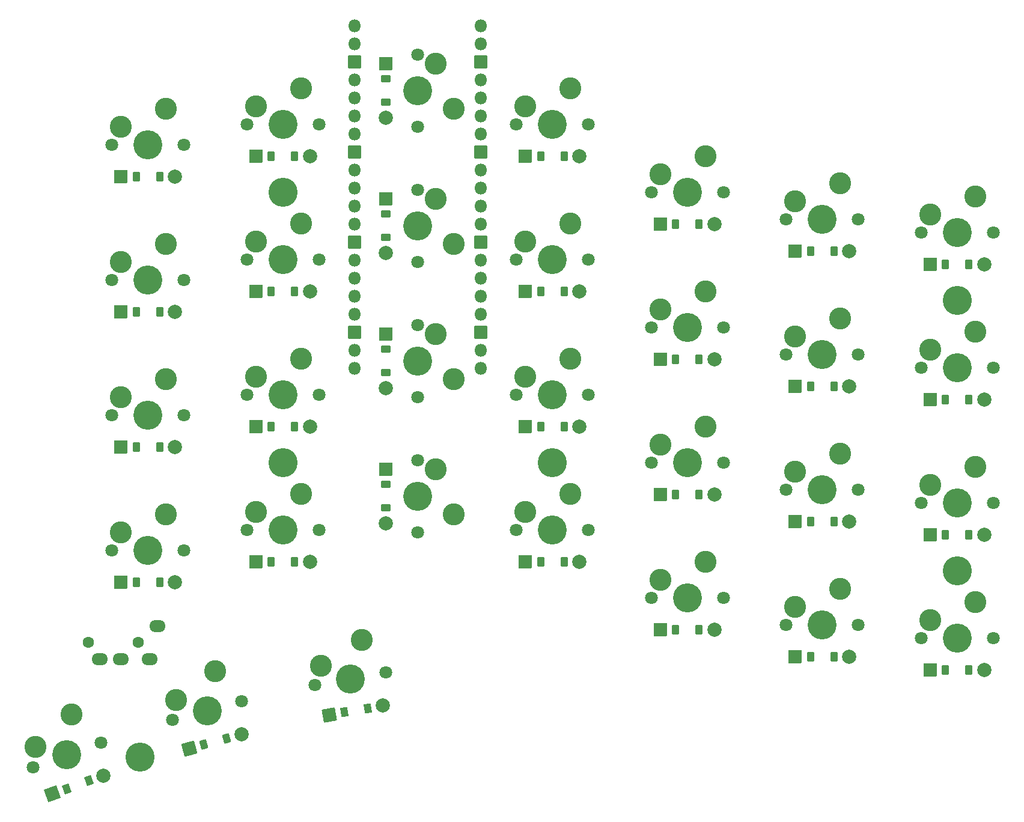
<source format=gbr>
%TF.GenerationSoftware,KiCad,Pcbnew,9.0.3-1.fc42*%
%TF.CreationDate,2025-08-21T15:19:56+02:00*%
%TF.ProjectId,right,72696768-742e-46b6-9963-61645f706362,v1.0.0*%
%TF.SameCoordinates,Original*%
%TF.FileFunction,Soldermask,Top*%
%TF.FilePolarity,Negative*%
%FSLAX46Y46*%
G04 Gerber Fmt 4.6, Leading zero omitted, Abs format (unit mm)*
G04 Created by KiCad (PCBNEW 9.0.3-1.fc42) date 2025-08-21 15:19:56*
%MOMM*%
%LPD*%
G01*
G04 APERTURE LIST*
G04 Aperture macros list*
%AMRoundRect*
0 Rectangle with rounded corners*
0 $1 Rounding radius*
0 $2 $3 $4 $5 $6 $7 $8 $9 X,Y pos of 4 corners*
0 Add a 4 corners polygon primitive as box body*
4,1,4,$2,$3,$4,$5,$6,$7,$8,$9,$2,$3,0*
0 Add four circle primitives for the rounded corners*
1,1,$1+$1,$2,$3*
1,1,$1+$1,$4,$5*
1,1,$1+$1,$6,$7*
1,1,$1+$1,$8,$9*
0 Add four rect primitives between the rounded corners*
20,1,$1+$1,$2,$3,$4,$5,0*
20,1,$1+$1,$4,$5,$6,$7,0*
20,1,$1+$1,$6,$7,$8,$9,0*
20,1,$1+$1,$8,$9,$2,$3,0*%
G04 Aperture macros list end*
%ADD10C,4.100000*%
%ADD11RoundRect,0.050000X-0.889000X-0.889000X0.889000X-0.889000X0.889000X0.889000X-0.889000X0.889000X0*%
%ADD12RoundRect,0.050000X-0.450000X-0.600000X0.450000X-0.600000X0.450000X0.600000X-0.450000X0.600000X0*%
%ADD13C,2.005000*%
%ADD14C,1.801800*%
%ADD15C,3.100000*%
%ADD16C,4.087800*%
%ADD17RoundRect,0.050000X-0.721121X-1.029867X1.029867X-0.721121X0.721121X1.029867X-1.029867X0.721121X0*%
%ADD18RoundRect,0.050000X-0.338975X-0.669026X0.547352X-0.512743X0.338975X0.669026X-0.547352X0.512743X0*%
%ADD19RoundRect,0.050000X-0.628618X-1.088798X1.088798X-0.628618X0.628618X1.088798X-1.088798X0.628618X0*%
%ADD20RoundRect,0.050000X-0.279375X-0.696024X0.589958X-0.463087X0.279375X0.696024X-0.589958X0.463087X0*%
%ADD21RoundRect,0.050000X-0.889000X0.889000X-0.889000X-0.889000X0.889000X-0.889000X0.889000X0.889000X0*%
%ADD22RoundRect,0.050000X-0.600000X0.450000X-0.600000X-0.450000X0.600000X-0.450000X0.600000X0.450000X0*%
%ADD23RoundRect,0.050000X-0.531331X-1.139443X1.139443X-0.531331X0.531331X1.139443X-1.139443X0.531331X0*%
%ADD24RoundRect,0.050000X-0.217650X-0.717725X0.628074X-0.409907X0.217650X0.717725X-0.628074X0.409907X0*%
%ADD25O,1.800000X1.800000*%
%ADD26RoundRect,0.050000X-0.850000X-0.850000X0.850000X-0.850000X0.850000X0.850000X-0.850000X0.850000X0*%
%ADD27C,1.600000*%
%ADD28O,2.300000X1.700000*%
G04 APERTURE END LIST*
D10*
%TO.C,*%
X319000000Y-175235000D03*
%TD*%
D11*
%TO.C,D17*%
X277190000Y-189260000D03*
D12*
X279350000Y-189260000D03*
X282650000Y-189260000D03*
D13*
X284810000Y-189260000D03*
%TD*%
D14*
%TO.C,S28*%
X300000000Y-174917500D03*
D15*
X302540000Y-176187500D03*
D16*
X300000000Y-179997500D03*
D15*
X305080000Y-182537500D03*
D14*
X300000000Y-185077500D03*
%TD*%
D10*
%TO.C,*%
X281000000Y-175235000D03*
%TD*%
D17*
%TO.C,D25*%
X287554297Y-210808235D03*
D18*
X289681484Y-210433154D03*
X292931350Y-209860116D03*
D13*
X295058537Y-209485035D03*
%TD*%
D14*
%TO.C,S9*%
X332920000Y-194285000D03*
D15*
X334190000Y-191745000D03*
D16*
X338000000Y-194285000D03*
D15*
X340540000Y-189205000D03*
D14*
X343080000Y-194285000D03*
%TD*%
%TO.C,S25*%
X285522177Y-206597133D03*
D15*
X286331816Y-203875188D03*
D16*
X290525000Y-205715000D03*
D15*
X292144279Y-200271110D03*
D14*
X295527823Y-204832867D03*
%TD*%
D19*
%TO.C,D26*%
X267806266Y-215526719D03*
D20*
X269892665Y-214967667D03*
X273080221Y-214113567D03*
D13*
X275166620Y-213554515D03*
%TD*%
D11*
%TO.C,D24*%
X258190000Y-134967500D03*
D12*
X260350000Y-134967500D03*
X263650000Y-134967500D03*
D13*
X265810000Y-134967500D03*
%TD*%
D11*
%TO.C,D9*%
X334190000Y-198785000D03*
D12*
X336350000Y-198785000D03*
X339650000Y-198785000D03*
D13*
X341810000Y-198785000D03*
%TD*%
D11*
%TO.C,D11*%
X334190000Y-160685000D03*
D12*
X336350000Y-160685000D03*
X339650000Y-160685000D03*
D13*
X341810000Y-160685000D03*
%TD*%
D11*
%TO.C,D2*%
X372190000Y-185450000D03*
D12*
X374350000Y-185450000D03*
X377650000Y-185450000D03*
D13*
X379810000Y-185450000D03*
%TD*%
D11*
%TO.C,D23*%
X258190000Y-154017500D03*
D12*
X260350000Y-154017500D03*
X263650000Y-154017500D03*
D13*
X265810000Y-154017500D03*
%TD*%
D14*
%TO.C,S15*%
X313920000Y-146660000D03*
D15*
X315190000Y-144120000D03*
D16*
X319000000Y-146660000D03*
D15*
X321540000Y-141580000D03*
D14*
X324080000Y-146660000D03*
%TD*%
%TO.C,S7*%
X351920000Y-159995000D03*
D15*
X353190000Y-157455000D03*
D16*
X357000000Y-159995000D03*
D15*
X359540000Y-154915000D03*
D14*
X362080000Y-159995000D03*
%TD*%
D21*
%TO.C,D28*%
X295500000Y-176187500D03*
D22*
X295500000Y-178347500D03*
X295500000Y-181647500D03*
D13*
X295500000Y-183807500D03*
%TD*%
D11*
%TO.C,D6*%
X353190000Y-183545000D03*
D12*
X355350000Y-183545000D03*
X358650000Y-183545000D03*
D13*
X360810000Y-183545000D03*
%TD*%
D14*
%TO.C,S24*%
X256920000Y-130467500D03*
D15*
X258190000Y-127927500D03*
D16*
X262000000Y-130467500D03*
D15*
X264540000Y-125387500D03*
D14*
X267080000Y-130467500D03*
%TD*%
%TO.C,S16*%
X313920000Y-127610000D03*
D15*
X315190000Y-125070000D03*
D16*
X319000000Y-127610000D03*
D15*
X321540000Y-122530000D03*
D14*
X324080000Y-127610000D03*
%TD*%
%TO.C,S23*%
X256920000Y-149517500D03*
D15*
X258190000Y-146977500D03*
D16*
X262000000Y-149517500D03*
D15*
X264540000Y-144437500D03*
D14*
X267080000Y-149517500D03*
%TD*%
D21*
%TO.C,D30*%
X295500000Y-138087500D03*
D22*
X295500000Y-140247500D03*
X295500000Y-143547500D03*
D13*
X295500000Y-145707500D03*
%TD*%
D14*
%TO.C,S2*%
X370920000Y-180950000D03*
D15*
X372190000Y-178410000D03*
D16*
X376000000Y-180950000D03*
D15*
X378540000Y-175870000D03*
D14*
X381080000Y-180950000D03*
%TD*%
D11*
%TO.C,D8*%
X353190000Y-145445000D03*
D12*
X355350000Y-145445000D03*
X358650000Y-145445000D03*
D13*
X360810000Y-145445000D03*
%TD*%
D14*
%TO.C,S14*%
X313920000Y-165710000D03*
D15*
X315190000Y-163170000D03*
D16*
X319000000Y-165710000D03*
D15*
X321540000Y-160630000D03*
D14*
X324080000Y-165710000D03*
%TD*%
D11*
%TO.C,D3*%
X372190000Y-166400000D03*
D12*
X374350000Y-166400000D03*
X377650000Y-166400000D03*
D13*
X379810000Y-166400000D03*
%TD*%
D14*
%TO.C,S1*%
X370920000Y-200000000D03*
D15*
X372190000Y-197460000D03*
D16*
X376000000Y-200000000D03*
D15*
X378540000Y-194920000D03*
D14*
X381080000Y-200000000D03*
%TD*%
D11*
%TO.C,D22*%
X258190000Y-173067500D03*
D12*
X260350000Y-173067500D03*
X263650000Y-173067500D03*
D13*
X265810000Y-173067500D03*
%TD*%
D10*
%TO.C,*%
X281000000Y-137135000D03*
%TD*%
D21*
%TO.C,D31*%
X295500000Y-119037500D03*
D22*
X295500000Y-121197500D03*
X295500000Y-124497500D03*
D13*
X295500000Y-126657500D03*
%TD*%
D11*
%TO.C,D20*%
X277190000Y-132110000D03*
D12*
X279350000Y-132110000D03*
X282650000Y-132110000D03*
D13*
X284810000Y-132110000D03*
%TD*%
D14*
%TO.C,S18*%
X275920000Y-165710000D03*
D15*
X277190000Y-163170000D03*
D16*
X281000000Y-165710000D03*
D15*
X283540000Y-160630000D03*
D14*
X286080000Y-165710000D03*
%TD*%
%TO.C,S13*%
X313920000Y-184760000D03*
D15*
X315190000Y-182220000D03*
D16*
X319000000Y-184760000D03*
D15*
X321540000Y-179680000D03*
D14*
X324080000Y-184760000D03*
%TD*%
%TO.C,S5*%
X351920000Y-198095000D03*
D15*
X353190000Y-195555000D03*
D16*
X357000000Y-198095000D03*
D15*
X359540000Y-193015000D03*
D14*
X362080000Y-198095000D03*
%TD*%
D11*
%TO.C,D10*%
X334190000Y-179735000D03*
D12*
X336350000Y-179735000D03*
X339650000Y-179735000D03*
D13*
X341810000Y-179735000D03*
%TD*%
D14*
%TO.C,S20*%
X275920000Y-127610000D03*
D15*
X277190000Y-125070000D03*
D16*
X281000000Y-127610000D03*
D15*
X283540000Y-122530000D03*
D14*
X286080000Y-127610000D03*
%TD*%
%TO.C,S31*%
X300000000Y-117767500D03*
D15*
X302540000Y-119037500D03*
D16*
X300000000Y-122847500D03*
D15*
X305080000Y-125387500D03*
D14*
X300000000Y-127927500D03*
%TD*%
D21*
%TO.C,D29*%
X295500000Y-157137500D03*
D22*
X295500000Y-159297500D03*
X295500000Y-162597500D03*
D13*
X295500000Y-164757500D03*
%TD*%
D14*
%TO.C,S27*%
X245812122Y-218154149D03*
D15*
X246136801Y-215332964D03*
D16*
X250585761Y-216416687D03*
D15*
X251235118Y-210774317D03*
D14*
X255359400Y-214679225D03*
%TD*%
D11*
%TO.C,D13*%
X315190000Y-189260000D03*
D12*
X317350000Y-189260000D03*
X320650000Y-189260000D03*
D13*
X322810000Y-189260000D03*
%TD*%
D14*
%TO.C,S3*%
X370920000Y-161900000D03*
D15*
X372190000Y-159360000D03*
D16*
X376000000Y-161900000D03*
D15*
X378540000Y-156820000D03*
D14*
X381080000Y-161900000D03*
%TD*%
%TO.C,S11*%
X332920000Y-156185000D03*
D15*
X334190000Y-153645000D03*
D16*
X338000000Y-156185000D03*
D15*
X340540000Y-151105000D03*
D14*
X343080000Y-156185000D03*
%TD*%
%TO.C,S10*%
X332920000Y-175235000D03*
D15*
X334190000Y-172695000D03*
D16*
X338000000Y-175235000D03*
D15*
X340540000Y-170155000D03*
D14*
X343080000Y-175235000D03*
%TD*%
D11*
%TO.C,D18*%
X277190000Y-170210000D03*
D12*
X279350000Y-170210000D03*
X282650000Y-170210000D03*
D13*
X284810000Y-170210000D03*
%TD*%
D14*
%TO.C,S21*%
X256920000Y-187617500D03*
D15*
X258190000Y-185077500D03*
D16*
X262000000Y-187617500D03*
D15*
X264540000Y-182537500D03*
D14*
X267080000Y-187617500D03*
%TD*%
%TO.C,S30*%
X300000000Y-136817500D03*
D15*
X302540000Y-138087500D03*
D16*
X300000000Y-141897500D03*
D15*
X305080000Y-144437500D03*
D14*
X300000000Y-146977500D03*
%TD*%
%TO.C,S22*%
X256920000Y-168567500D03*
D15*
X258190000Y-166027500D03*
D16*
X262000000Y-168567500D03*
D15*
X264540000Y-163487500D03*
D14*
X267080000Y-168567500D03*
%TD*%
D11*
%TO.C,D12*%
X334190000Y-141635000D03*
D12*
X336350000Y-141635000D03*
X339650000Y-141635000D03*
D13*
X341810000Y-141635000D03*
%TD*%
D10*
%TO.C,*%
X376000000Y-152375000D03*
%TD*%
D11*
%TO.C,D21*%
X258190000Y-192117500D03*
D12*
X260350000Y-192117500D03*
X263650000Y-192117500D03*
D13*
X265810000Y-192117500D03*
%TD*%
D11*
%TO.C,D14*%
X315190000Y-170210000D03*
D12*
X317350000Y-170210000D03*
X320650000Y-170210000D03*
D13*
X322810000Y-170210000D03*
%TD*%
D14*
%TO.C,S26*%
X265414855Y-211508752D03*
D15*
X265984180Y-208726600D03*
D16*
X270321758Y-210193951D03*
D15*
X271460409Y-204629647D03*
D14*
X275228661Y-208879150D03*
%TD*%
D11*
%TO.C,D19*%
X277190000Y-151160000D03*
D12*
X279350000Y-151160000D03*
X282650000Y-151160000D03*
D13*
X284810000Y-151160000D03*
%TD*%
D11*
%TO.C,D7*%
X353190000Y-164495000D03*
D12*
X355350000Y-164495000D03*
X358650000Y-164495000D03*
D13*
X360810000Y-164495000D03*
%TD*%
D14*
%TO.C,S17*%
X275920000Y-184760000D03*
D15*
X277190000Y-182220000D03*
D16*
X281000000Y-184760000D03*
D15*
X283540000Y-179680000D03*
D14*
X286080000Y-184760000D03*
%TD*%
D11*
%TO.C,D5*%
X353190000Y-202595000D03*
D12*
X355350000Y-202595000D03*
X358650000Y-202595000D03*
D13*
X360810000Y-202595000D03*
%TD*%
D10*
%TO.C,*%
X260839430Y-216739174D03*
%TD*%
D14*
%TO.C,S12*%
X332920000Y-137135000D03*
D15*
X334190000Y-134595000D03*
D16*
X338000000Y-137135000D03*
D15*
X340540000Y-132055000D03*
D14*
X343080000Y-137135000D03*
%TD*%
%TO.C,S19*%
X275920000Y-146660000D03*
D15*
X277190000Y-144120000D03*
D16*
X281000000Y-146660000D03*
D15*
X283540000Y-141580000D03*
D14*
X286080000Y-146660000D03*
%TD*%
D11*
%TO.C,D15*%
X315190000Y-151160000D03*
D12*
X317350000Y-151160000D03*
X320650000Y-151160000D03*
D13*
X322810000Y-151160000D03*
%TD*%
D10*
%TO.C,*%
X376000000Y-190475000D03*
%TD*%
D11*
%TO.C,D1*%
X372190000Y-204500000D03*
D12*
X374350000Y-204500000D03*
X377650000Y-204500000D03*
D13*
X379810000Y-204500000D03*
%TD*%
D11*
%TO.C,D4*%
X372190000Y-147350000D03*
D12*
X374350000Y-147350000D03*
X377650000Y-147350000D03*
D13*
X379810000Y-147350000D03*
%TD*%
D14*
%TO.C,S6*%
X351920000Y-179045000D03*
D15*
X353190000Y-176505000D03*
D16*
X357000000Y-179045000D03*
D15*
X359540000Y-173965000D03*
D14*
X362080000Y-179045000D03*
%TD*%
%TO.C,S29*%
X300000000Y-155867500D03*
D15*
X302540000Y-157137500D03*
D16*
X300000000Y-160947500D03*
D15*
X305080000Y-163487500D03*
D14*
X300000000Y-166027500D03*
%TD*%
D23*
%TO.C,D27*%
X248544623Y-221948401D03*
D24*
X250574359Y-221209637D03*
X253675345Y-220080971D03*
D13*
X255705081Y-219342207D03*
%TD*%
D25*
%TO.C,_1*%
X291110000Y-113717500D03*
X291110000Y-116257500D03*
D26*
X291110000Y-118797500D03*
D25*
X291110000Y-121337500D03*
X291110000Y-123877500D03*
X291110000Y-126417500D03*
X291110000Y-128957500D03*
D26*
X291110000Y-131497500D03*
D25*
X291110000Y-134037500D03*
X291110000Y-136577500D03*
X291110000Y-139117500D03*
X291110000Y-141657500D03*
D26*
X291110000Y-144197500D03*
D25*
X291110000Y-146737500D03*
X291110000Y-149277500D03*
X291110000Y-151817500D03*
X291110000Y-154357500D03*
D26*
X291110000Y-156897500D03*
D25*
X291110000Y-159437500D03*
X291110000Y-161977500D03*
X308890000Y-161977500D03*
X308890000Y-159437500D03*
D26*
X308890000Y-156897500D03*
D25*
X308890000Y-154357500D03*
X308890000Y-151817500D03*
X308890000Y-149277500D03*
X308890000Y-146737500D03*
D26*
X308890000Y-144197500D03*
D25*
X308890000Y-141657500D03*
X308890000Y-139117500D03*
X308890000Y-136577500D03*
X308890000Y-134037500D03*
D26*
X308890000Y-131497500D03*
D25*
X308890000Y-128957500D03*
X308890000Y-126417500D03*
X308890000Y-123877500D03*
X308890000Y-121337500D03*
D26*
X308890000Y-118797500D03*
D25*
X308890000Y-116257500D03*
X308890000Y-113717500D03*
%TD*%
D11*
%TO.C,D16*%
X315190000Y-132110000D03*
D12*
X317350000Y-132110000D03*
X320650000Y-132110000D03*
D13*
X322810000Y-132110000D03*
%TD*%
D14*
%TO.C,S8*%
X351920000Y-140945000D03*
D15*
X353190000Y-138405000D03*
D16*
X357000000Y-140945000D03*
D15*
X359540000Y-135865000D03*
D14*
X362080000Y-140945000D03*
%TD*%
%TO.C,S4*%
X370920000Y-142850000D03*
D15*
X372190000Y-140310000D03*
D16*
X376000000Y-142850000D03*
D15*
X378540000Y-137770000D03*
D14*
X381080000Y-142850000D03*
%TD*%
D27*
%TO.C,TRRS1*%
X253600000Y-200617500D03*
X260600000Y-200617500D03*
D28*
X255200000Y-202917500D03*
X258200000Y-202917500D03*
X262200000Y-202917500D03*
X263300000Y-198317500D03*
%TD*%
M02*

</source>
